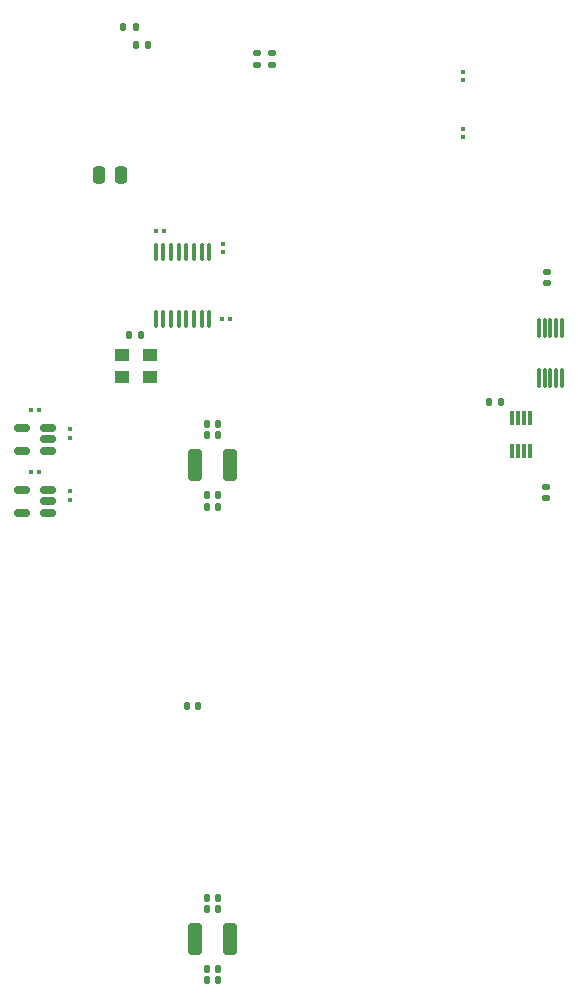
<source format=gbr>
%TF.GenerationSoftware,KiCad,Pcbnew,8.0.4*%
%TF.CreationDate,2024-11-06T18:48:09+01:00*%
%TF.ProjectId,BitForgeNano,42697446-6f72-4676-954e-616e6f2e6b69,rev?*%
%TF.SameCoordinates,Original*%
%TF.FileFunction,Paste,Bot*%
%TF.FilePolarity,Positive*%
%FSLAX46Y46*%
G04 Gerber Fmt 4.6, Leading zero omitted, Abs format (unit mm)*
G04 Created by KiCad (PCBNEW 8.0.4) date 2024-11-06 18:48:09*
%MOMM*%
%LPD*%
G01*
G04 APERTURE LIST*
G04 Aperture macros list*
%AMRoundRect*
0 Rectangle with rounded corners*
0 $1 Rounding radius*
0 $2 $3 $4 $5 $6 $7 $8 $9 X,Y pos of 4 corners*
0 Add a 4 corners polygon primitive as box body*
4,1,4,$2,$3,$4,$5,$6,$7,$8,$9,$2,$3,0*
0 Add four circle primitives for the rounded corners*
1,1,$1+$1,$2,$3*
1,1,$1+$1,$4,$5*
1,1,$1+$1,$6,$7*
1,1,$1+$1,$8,$9*
0 Add four rect primitives between the rounded corners*
20,1,$1+$1,$2,$3,$4,$5,0*
20,1,$1+$1,$4,$5,$6,$7,0*
20,1,$1+$1,$6,$7,$8,$9,0*
20,1,$1+$1,$8,$9,$2,$3,0*%
G04 Aperture macros list end*
%ADD10RoundRect,0.079500X-0.100500X0.079500X-0.100500X-0.079500X0.100500X-0.079500X0.100500X0.079500X0*%
%ADD11RoundRect,0.140000X0.140000X0.170000X-0.140000X0.170000X-0.140000X-0.170000X0.140000X-0.170000X0*%
%ADD12RoundRect,0.135000X-0.185000X0.135000X-0.185000X-0.135000X0.185000X-0.135000X0.185000X0.135000X0*%
%ADD13RoundRect,0.250000X0.325000X1.100000X-0.325000X1.100000X-0.325000X-1.100000X0.325000X-1.100000X0*%
%ADD14RoundRect,0.150000X0.512500X0.150000X-0.512500X0.150000X-0.512500X-0.150000X0.512500X-0.150000X0*%
%ADD15RoundRect,0.079500X-0.079500X-0.100500X0.079500X-0.100500X0.079500X0.100500X-0.079500X0.100500X0*%
%ADD16RoundRect,0.250000X-0.250000X-0.475000X0.250000X-0.475000X0.250000X0.475000X-0.250000X0.475000X0*%
%ADD17RoundRect,0.087500X0.087500X-0.725000X0.087500X0.725000X-0.087500X0.725000X-0.087500X-0.725000X0*%
%ADD18RoundRect,0.135000X-0.135000X-0.185000X0.135000X-0.185000X0.135000X0.185000X-0.135000X0.185000X0*%
%ADD19RoundRect,0.140000X-0.170000X0.140000X-0.170000X-0.140000X0.170000X-0.140000X0.170000X0.140000X0*%
%ADD20RoundRect,0.135000X0.185000X-0.135000X0.185000X0.135000X-0.185000X0.135000X-0.185000X-0.135000X0*%
%ADD21RoundRect,0.087500X0.087500X-0.537500X0.087500X0.537500X-0.087500X0.537500X-0.087500X-0.537500X0*%
%ADD22RoundRect,0.079500X0.100500X-0.079500X0.100500X0.079500X-0.100500X0.079500X-0.100500X-0.079500X0*%
%ADD23RoundRect,0.140000X0.170000X-0.140000X0.170000X0.140000X-0.170000X0.140000X-0.170000X-0.140000X0*%
%ADD24R,1.300000X1.100000*%
%ADD25RoundRect,0.100000X-0.100000X0.637500X-0.100000X-0.637500X0.100000X-0.637500X0.100000X0.637500X0*%
G04 APERTURE END LIST*
D10*
%TO.C,C33*%
X78900000Y-95055000D03*
X78900000Y-95745000D03*
%TD*%
D11*
%TO.C,C60*%
X91380000Y-130450000D03*
X90420000Y-130450000D03*
%TD*%
D12*
%TO.C,R25*%
X94686483Y-57926762D03*
X94686483Y-58946762D03*
%TD*%
D11*
%TO.C,C61*%
X91380000Y-135450000D03*
X90420000Y-135450000D03*
%TD*%
%TO.C,C46*%
X115316483Y-87526762D03*
X114356483Y-87526762D03*
%TD*%
D13*
%TO.C,C41*%
X92375000Y-92850000D03*
X89425000Y-92850000D03*
%TD*%
D14*
%TO.C,U6*%
X77037500Y-94950000D03*
X77037500Y-95900000D03*
X77037500Y-96850000D03*
X74762500Y-96850000D03*
X74762500Y-94950000D03*
%TD*%
D15*
%TO.C,C17*%
X91705000Y-80450000D03*
X92395000Y-80450000D03*
%TD*%
D10*
%TO.C,R29*%
X112136483Y-59561762D03*
X112136483Y-60251762D03*
%TD*%
D16*
%TO.C,C47*%
X83186483Y-68226762D03*
X81286483Y-68226762D03*
%TD*%
D17*
%TO.C,U2*%
X118536483Y-81214262D03*
X119036483Y-81214262D03*
X119536483Y-81214262D03*
X120036483Y-81214262D03*
X120536483Y-81214262D03*
X120536483Y-85439262D03*
X120036483Y-85439262D03*
X119536483Y-85439262D03*
X119036483Y-85439262D03*
X118536483Y-85439262D03*
%TD*%
D18*
%TO.C,R14*%
X84426483Y-57226762D03*
X85446483Y-57226762D03*
%TD*%
%TO.C,R22*%
X83386483Y-55756762D03*
X84406483Y-55756762D03*
%TD*%
D11*
%TO.C,C35*%
X84850000Y-81850000D03*
X83890000Y-81850000D03*
%TD*%
D19*
%TO.C,C45*%
X119136483Y-94646762D03*
X119136483Y-95606762D03*
%TD*%
D11*
%TO.C,C29*%
X91380000Y-89350000D03*
X90420000Y-89350000D03*
%TD*%
D15*
%TO.C,C32*%
X75555000Y-88150000D03*
X76245000Y-88150000D03*
%TD*%
D13*
%TO.C,C64*%
X92375000Y-132950000D03*
X89425000Y-132950000D03*
%TD*%
D10*
%TO.C,C15*%
X91850000Y-74105000D03*
X91850000Y-74795000D03*
%TD*%
D11*
%TO.C,C59*%
X91380000Y-129450000D03*
X90420000Y-129450000D03*
%TD*%
%TO.C,C42*%
X89730000Y-113250000D03*
X88770000Y-113250000D03*
%TD*%
%TO.C,C40*%
X91380000Y-96350000D03*
X90420000Y-96350000D03*
%TD*%
D20*
%TO.C,R26*%
X95936483Y-58946762D03*
X95936483Y-57926762D03*
%TD*%
D14*
%TO.C,U5*%
X77037500Y-89700000D03*
X77037500Y-90650000D03*
X77037500Y-91600000D03*
X74762500Y-91600000D03*
X74762500Y-89700000D03*
%TD*%
D10*
%TO.C,C31*%
X78900000Y-89805000D03*
X78900000Y-90495000D03*
%TD*%
D21*
%TO.C,U23*%
X117786483Y-91626762D03*
X117286483Y-91626762D03*
X116786483Y-91626762D03*
X116286483Y-91626762D03*
X116286483Y-88826762D03*
X116786483Y-88826762D03*
X117286483Y-88826762D03*
X117786483Y-88826762D03*
%TD*%
D15*
%TO.C,C34*%
X75555000Y-93400000D03*
X76245000Y-93400000D03*
%TD*%
D11*
%TO.C,C39*%
X91380000Y-95350000D03*
X90420000Y-95350000D03*
%TD*%
D22*
%TO.C,R28*%
X112136483Y-65071762D03*
X112136483Y-64381762D03*
%TD*%
D23*
%TO.C,C21*%
X119236483Y-77406762D03*
X119236483Y-76446762D03*
%TD*%
D24*
%TO.C,U11*%
X83300000Y-83500000D03*
X85600000Y-83500000D03*
X85600000Y-85400000D03*
X83300000Y-85400000D03*
%TD*%
D25*
%TO.C,U9*%
X90650000Y-80475000D03*
X90000000Y-80475000D03*
X89350000Y-80475000D03*
X88700000Y-80475000D03*
X88050000Y-80475000D03*
X87400000Y-80475000D03*
X86750000Y-80475000D03*
X86100000Y-80475000D03*
X86100000Y-74750000D03*
X86750000Y-74750000D03*
X87400000Y-74750000D03*
X88050000Y-74750000D03*
X88700000Y-74750000D03*
X89350000Y-74750000D03*
X90000000Y-74750000D03*
X90650000Y-74750000D03*
%TD*%
D11*
%TO.C,C100*%
X91380000Y-90300000D03*
X90420000Y-90300000D03*
%TD*%
%TO.C,C58*%
X91380000Y-136450000D03*
X90420000Y-136450000D03*
%TD*%
D15*
%TO.C,R31*%
X86155000Y-73000000D03*
X86845000Y-73000000D03*
%TD*%
M02*

</source>
